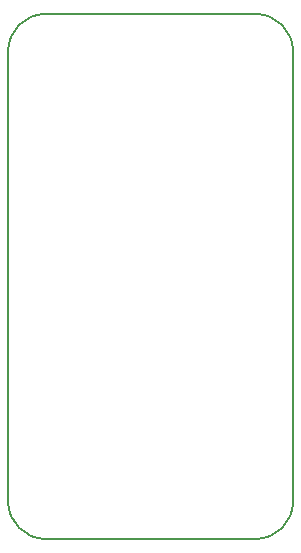
<source format=gm1>
G04 #@! TF.FileFunction,Profile,NP*
%FSLAX46Y46*%
G04 Gerber Fmt 4.6, Leading zero omitted, Abs format (unit mm)*
G04 Created by KiCad (PCBNEW 4.0.7) date 05/22/20 14:46:27*
%MOMM*%
%LPD*%
G01*
G04 APERTURE LIST*
%ADD10C,0.100000*%
%ADD11C,0.150000*%
G04 APERTURE END LIST*
D10*
D11*
X60960000Y-83820000D02*
X60960000Y-45720000D01*
X81915000Y-86995000D02*
X64135000Y-86995000D01*
X85090000Y-45720000D02*
X85090000Y-83820000D01*
X64135000Y-42545000D02*
X81915000Y-42545000D01*
X85090000Y-45720000D02*
G75*
G03X81915000Y-42545000I-3175000J0D01*
G01*
X81915000Y-86995000D02*
G75*
G03X85090000Y-83820000I0J3175000D01*
G01*
X60960000Y-83820000D02*
G75*
G03X64135000Y-86995000I3175000J0D01*
G01*
X64135000Y-42545000D02*
G75*
G03X60960000Y-45720000I0J-3175000D01*
G01*
M02*

</source>
